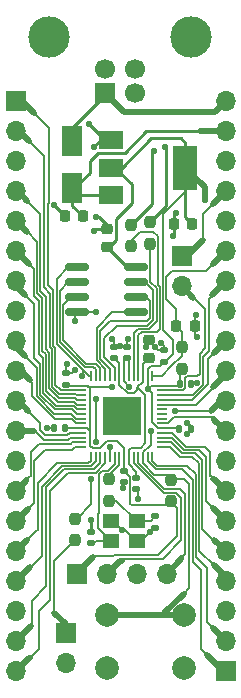
<source format=gbr>
%TF.GenerationSoftware,KiCad,Pcbnew,(6.0.11)*%
%TF.CreationDate,2024-02-22T22:03:45-06:00*%
%TF.ProjectId,PicoAlt,5069636f-416c-4742-9e6b-696361645f70,rev?*%
%TF.SameCoordinates,Original*%
%TF.FileFunction,Copper,L1,Top*%
%TF.FilePolarity,Positive*%
%FSLAX46Y46*%
G04 Gerber Fmt 4.6, Leading zero omitted, Abs format (unit mm)*
G04 Created by KiCad (PCBNEW (6.0.11)) date 2024-02-22 22:03:45*
%MOMM*%
%LPD*%
G01*
G04 APERTURE LIST*
G04 Aperture macros list*
%AMRoundRect*
0 Rectangle with rounded corners*
0 $1 Rounding radius*
0 $2 $3 $4 $5 $6 $7 $8 $9 X,Y pos of 4 corners*
0 Add a 4 corners polygon primitive as box body*
4,1,4,$2,$3,$4,$5,$6,$7,$8,$9,$2,$3,0*
0 Add four circle primitives for the rounded corners*
1,1,$1+$1,$2,$3*
1,1,$1+$1,$4,$5*
1,1,$1+$1,$6,$7*
1,1,$1+$1,$8,$9*
0 Add four rect primitives between the rounded corners*
20,1,$1+$1,$2,$3,$4,$5,0*
20,1,$1+$1,$4,$5,$6,$7,0*
20,1,$1+$1,$6,$7,$8,$9,0*
20,1,$1+$1,$8,$9,$2,$3,0*%
G04 Aperture macros list end*
%TA.AperFunction,ComponentPad*%
%ADD10R,1.700000X1.700000*%
%TD*%
%TA.AperFunction,ComponentPad*%
%ADD11C,1.700000*%
%TD*%
%TA.AperFunction,ComponentPad*%
%ADD12C,3.500000*%
%TD*%
%TA.AperFunction,ComponentPad*%
%ADD13O,1.700000X1.700000*%
%TD*%
%TA.AperFunction,SMDPad,CuDef*%
%ADD14RoundRect,0.225000X0.225000X0.250000X-0.225000X0.250000X-0.225000X-0.250000X0.225000X-0.250000X0*%
%TD*%
%TA.AperFunction,SMDPad,CuDef*%
%ADD15RoundRect,0.225000X-0.225000X-0.250000X0.225000X-0.250000X0.225000X0.250000X-0.225000X0.250000X0*%
%TD*%
%TA.AperFunction,SMDPad,CuDef*%
%ADD16RoundRect,0.237500X-0.237500X0.250000X-0.237500X-0.250000X0.237500X-0.250000X0.237500X0.250000X0*%
%TD*%
%TA.AperFunction,SMDPad,CuDef*%
%ADD17R,1.400000X1.200000*%
%TD*%
%TA.AperFunction,SMDPad,CuDef*%
%ADD18RoundRect,0.237500X0.237500X-0.250000X0.237500X0.250000X-0.237500X0.250000X-0.237500X-0.250000X0*%
%TD*%
%TA.AperFunction,SMDPad,CuDef*%
%ADD19RoundRect,0.140000X0.170000X-0.140000X0.170000X0.140000X-0.170000X0.140000X-0.170000X-0.140000X0*%
%TD*%
%TA.AperFunction,SMDPad,CuDef*%
%ADD20RoundRect,0.140000X-0.170000X0.140000X-0.170000X-0.140000X0.170000X-0.140000X0.170000X0.140000X0*%
%TD*%
%TA.AperFunction,SMDPad,CuDef*%
%ADD21RoundRect,0.225000X0.250000X-0.225000X0.250000X0.225000X-0.250000X0.225000X-0.250000X-0.225000X0*%
%TD*%
%TA.AperFunction,SMDPad,CuDef*%
%ADD22RoundRect,0.140000X0.140000X0.170000X-0.140000X0.170000X-0.140000X-0.170000X0.140000X-0.170000X0*%
%TD*%
%TA.AperFunction,SMDPad,CuDef*%
%ADD23RoundRect,0.140000X-0.140000X-0.170000X0.140000X-0.170000X0.140000X0.170000X-0.140000X0.170000X0*%
%TD*%
%TA.AperFunction,SMDPad,CuDef*%
%ADD24RoundRect,0.050000X-0.387500X-0.050000X0.387500X-0.050000X0.387500X0.050000X-0.387500X0.050000X0*%
%TD*%
%TA.AperFunction,SMDPad,CuDef*%
%ADD25RoundRect,0.050000X-0.050000X-0.387500X0.050000X-0.387500X0.050000X0.387500X-0.050000X0.387500X0*%
%TD*%
%TA.AperFunction,SMDPad,CuDef*%
%ADD26R,3.200000X3.200000*%
%TD*%
%TA.AperFunction,SMDPad,CuDef*%
%ADD27RoundRect,0.150000X-0.825000X-0.150000X0.825000X-0.150000X0.825000X0.150000X-0.825000X0.150000X0*%
%TD*%
%TA.AperFunction,SMDPad,CuDef*%
%ADD28R,2.000000X1.500000*%
%TD*%
%TA.AperFunction,SMDPad,CuDef*%
%ADD29R,2.000000X3.800000*%
%TD*%
%TA.AperFunction,ComponentPad*%
%ADD30C,2.000000*%
%TD*%
%TA.AperFunction,SMDPad,CuDef*%
%ADD31R,1.800000X2.500000*%
%TD*%
%TA.AperFunction,ViaPad*%
%ADD32C,0.550000*%
%TD*%
%TA.AperFunction,Conductor*%
%ADD33C,0.130000*%
%TD*%
%TA.AperFunction,Conductor*%
%ADD34C,0.250000*%
%TD*%
%TA.AperFunction,Conductor*%
%ADD35C,0.500000*%
%TD*%
G04 APERTURE END LIST*
D10*
%TO.P,J2,1,VBUS*%
%TO.N,VBUS*%
X147290000Y-78040000D03*
D11*
%TO.P,J2,2,D-*%
%TO.N,Net-(J2-Pad2)*%
X149790000Y-78040000D03*
%TO.P,J2,3,D+*%
%TO.N,Net-(J2-Pad3)*%
X149790000Y-76040000D03*
%TO.P,J2,4,GND*%
%TO.N,GND*%
X147290000Y-76040000D03*
D12*
%TO.P,J2,5,Shield*%
X142520000Y-73330000D03*
X154560000Y-73330000D03*
%TD*%
D10*
%TO.P,JP2,1,A*%
%TO.N,Net-(R9-Pad2)*%
X143940000Y-123740000D03*
D13*
%TO.P,JP2,2,B*%
%TO.N,GND*%
X143940000Y-126280000D03*
%TD*%
D14*
%TO.P,C4,1*%
%TO.N,+5V*%
X145385000Y-88470000D03*
%TO.P,C4,2*%
%TO.N,GND*%
X143835000Y-88470000D03*
%TD*%
D15*
%TO.P,C18,1*%
%TO.N,ADCVREF*%
X153285000Y-97790000D03*
%TO.P,C18,2*%
%TO.N,GND*%
X154835000Y-97790000D03*
%TD*%
D16*
%TO.P,R7,1*%
%TO.N,ADCVREF*%
X153770000Y-99535000D03*
%TO.P,R7,2*%
%TO.N,+3.3V*%
X153770000Y-101360000D03*
%TD*%
D17*
%TO.P,Y1,1,1*%
%TO.N,Net-(C16-Pad2)*%
X147720000Y-115960000D03*
%TO.P,Y1,2,2*%
%TO.N,GND*%
X149920000Y-115960000D03*
%TO.P,Y1,3,3*%
%TO.N,Net-(C17-Pad2)*%
X149920000Y-114260000D03*
%TO.P,Y1,4,4*%
%TO.N,GND*%
X147720000Y-114260000D03*
%TD*%
D16*
%TO.P,R6,1*%
%TO.N,RUN*%
X152820000Y-110787500D03*
%TO.P,R6,2*%
%TO.N,+3.3V*%
X152820000Y-112612500D03*
%TD*%
%TO.P,R9,2*%
%TO.N,Net-(R9-Pad2)*%
X144730000Y-115892500D03*
%TO.P,R9,1*%
%TO.N,QSPISS*%
X144730000Y-114067500D03*
%TD*%
D18*
%TO.P,R5,1*%
%TO.N,Net-(C17-Pad2)*%
X147590000Y-112562500D03*
%TO.P,R5,2*%
%TO.N,Net-(R5-Pad2)*%
X147590000Y-110737500D03*
%TD*%
D16*
%TO.P,R4,1*%
%TO.N,Net-(J2-Pad2)*%
X149420000Y-89197500D03*
%TO.P,R4,2*%
%TO.N,USBM*%
X149420000Y-91022500D03*
%TD*%
D18*
%TO.P,R3,1*%
%TO.N,USBP*%
X151040000Y-90802500D03*
%TO.P,R3,2*%
%TO.N,Net-(J2-Pad3)*%
X151040000Y-88977500D03*
%TD*%
D19*
%TO.P,C17,1*%
%TO.N,GND*%
X151500000Y-114840000D03*
%TO.P,C17,2*%
%TO.N,Net-(C17-Pad2)*%
X151500000Y-113880000D03*
%TD*%
D20*
%TO.P,C16,1*%
%TO.N,GND*%
X146060000Y-115170000D03*
%TO.P,C16,2*%
%TO.N,Net-(C16-Pad2)*%
X146060000Y-116130000D03*
%TD*%
D21*
%TO.P,C15,1*%
%TO.N,+3.3V*%
X147450000Y-91065000D03*
%TO.P,C15,2*%
%TO.N,GND*%
X147450000Y-89515000D03*
%TD*%
D22*
%TO.P,C13,1*%
%TO.N,+3.3V*%
X143870000Y-106430000D03*
%TO.P,C13,2*%
%TO.N,GND*%
X142910000Y-106430000D03*
%TD*%
D14*
%TO.P,C12,2*%
%TO.N,GND*%
X153085000Y-89130000D03*
%TO.P,C12,1*%
%TO.N,+3.3V*%
X154635000Y-89130000D03*
%TD*%
D23*
%TO.P,C11,1*%
%TO.N,+3.3V*%
X153540000Y-106460000D03*
%TO.P,C11,2*%
%TO.N,GND*%
X154500000Y-106460000D03*
%TD*%
D21*
%TO.P,C10,1*%
%TO.N,+1V1*%
X150990000Y-100475000D03*
%TO.P,C10,2*%
%TO.N,GND*%
X150990000Y-98925000D03*
%TD*%
D20*
%TO.P,C9,1*%
%TO.N,+3.3V*%
X148850000Y-110040000D03*
%TO.P,C9,2*%
%TO.N,GND*%
X148850000Y-111000000D03*
%TD*%
D23*
%TO.P,C8,1*%
%TO.N,+3.3V*%
X153570000Y-102710000D03*
%TO.P,C8,2*%
%TO.N,GND*%
X154530000Y-102710000D03*
%TD*%
D20*
%TO.P,C7,1*%
%TO.N,+1V1*%
X149900000Y-110620000D03*
%TO.P,C7,2*%
%TO.N,GND*%
X149900000Y-111580000D03*
%TD*%
D19*
%TO.P,C6,2*%
%TO.N,GND*%
X152270000Y-99820000D03*
%TO.P,C6,1*%
%TO.N,+3.3V*%
X152270000Y-100780000D03*
%TD*%
%TO.P,C3,1*%
%TO.N,+1V1*%
X148050000Y-100470000D03*
%TO.P,C3,2*%
%TO.N,GND*%
X148050000Y-99510000D03*
%TD*%
%TO.P,C2,1*%
%TO.N,+3.3V*%
X143960000Y-102720000D03*
%TO.P,C2,2*%
%TO.N,GND*%
X143960000Y-101760000D03*
%TD*%
%TO.P,C1,1*%
%TO.N,+3.3V*%
X149080000Y-100490000D03*
%TO.P,C1,2*%
%TO.N,GND*%
X149080000Y-99530000D03*
%TD*%
D24*
%TO.P,U3,1,IOVDD*%
%TO.N,+3.3V*%
X145232500Y-102810000D03*
%TO.P,U3,2,GPIO0*%
%TO.N,GPIO0*%
X145232500Y-103210000D03*
%TO.P,U3,3,GPIO1*%
%TO.N,GPIO1*%
X145232500Y-103610000D03*
%TO.P,U3,4,GPIO2*%
%TO.N,GPIO2*%
X145232500Y-104010000D03*
%TO.P,U3,5,GPIO3*%
%TO.N,GPIO3*%
X145232500Y-104410000D03*
%TO.P,U3,6,GPIO4*%
%TO.N,GPIO4*%
X145232500Y-104810000D03*
%TO.P,U3,7,GPIO5*%
%TO.N,GPIO5*%
X145232500Y-105210000D03*
%TO.P,U3,8,GPIO6*%
%TO.N,GPIO6*%
X145232500Y-105610000D03*
%TO.P,U3,9,GPIO7*%
%TO.N,GPIO7*%
X145232500Y-106010000D03*
%TO.P,U3,10,IOVDD*%
%TO.N,+3.3V*%
X145232500Y-106410000D03*
%TO.P,U3,11,GPIO8*%
%TO.N,GPIO8*%
X145232500Y-106810000D03*
%TO.P,U3,12,GPIO9*%
%TO.N,GPIO9*%
X145232500Y-107210000D03*
%TO.P,U3,13,GPIO10*%
%TO.N,GPIO10*%
X145232500Y-107610000D03*
%TO.P,U3,14,GPIO11*%
%TO.N,GPIO11*%
X145232500Y-108010000D03*
D25*
%TO.P,U3,15,GPIO12*%
%TO.N,GPIO12*%
X146070000Y-108847500D03*
%TO.P,U3,16,GPIO13*%
%TO.N,GPIO13*%
X146470000Y-108847500D03*
%TO.P,U3,17,GPIO14*%
%TO.N,GPIO14*%
X146870000Y-108847500D03*
%TO.P,U3,18,GPIO15*%
%TO.N,GPIO15*%
X147270000Y-108847500D03*
%TO.P,U3,19,TESTEN*%
%TO.N,GND*%
X147670000Y-108847500D03*
%TO.P,U3,20,XIN*%
%TO.N,Net-(C16-Pad2)*%
X148070000Y-108847500D03*
%TO.P,U3,21,XOUT*%
%TO.N,Net-(R5-Pad2)*%
X148470000Y-108847500D03*
%TO.P,U3,22,IOVDD*%
%TO.N,+3.3V*%
X148870000Y-108847500D03*
%TO.P,U3,23,DVDD*%
%TO.N,+1V1*%
X149270000Y-108847500D03*
%TO.P,U3,24,SWCLK*%
%TO.N,Net-(J3-Pad2)*%
X149670000Y-108847500D03*
%TO.P,U3,25,SWD*%
%TO.N,Net-(J3-Pad4)*%
X150070000Y-108847500D03*
%TO.P,U3,26,RUN*%
%TO.N,RUN*%
X150470000Y-108847500D03*
%TO.P,U3,27,GPIO16*%
%TO.N,GPIO16*%
X150870000Y-108847500D03*
%TO.P,U3,28,GPIO17*%
%TO.N,GPIO17*%
X151270000Y-108847500D03*
D24*
%TO.P,U3,29,GPIO18*%
%TO.N,GPIO18*%
X152107500Y-108010000D03*
%TO.P,U3,30,GPIO19*%
%TO.N,GPIO19*%
X152107500Y-107610000D03*
%TO.P,U3,31,GPIO20*%
%TO.N,GPIO20*%
X152107500Y-107210000D03*
%TO.P,U3,32,GPIO21*%
%TO.N,GPIO21*%
X152107500Y-106810000D03*
%TO.P,U3,33,IOVDD*%
%TO.N,+3.3V*%
X152107500Y-106410000D03*
%TO.P,U3,34,GPIO22*%
%TO.N,GPIO22*%
X152107500Y-106010000D03*
%TO.P,U3,35,GPIO23*%
%TO.N,GPIO23*%
X152107500Y-105610000D03*
%TO.P,U3,36,GPIO24*%
%TO.N,GPIO24*%
X152107500Y-105210000D03*
%TO.P,U3,37,GPIO25*%
%TO.N,GPIO25*%
X152107500Y-104810000D03*
%TO.P,U3,38,GPIO26_ADC0*%
%TO.N,GPIO26*%
X152107500Y-104410000D03*
%TO.P,U3,39,GPIO27_ADC1*%
%TO.N,GPIO27*%
X152107500Y-104010000D03*
%TO.P,U3,40,GPIO28_ADC2*%
%TO.N,GPIO28*%
X152107500Y-103610000D03*
%TO.P,U3,41,GPIO29_ADC3*%
%TO.N,GPIO29*%
X152107500Y-103210000D03*
%TO.P,U3,42,IOVDD*%
%TO.N,+3.3V*%
X152107500Y-102810000D03*
D25*
%TO.P,U3,43,ADC_AVDD*%
%TO.N,ADCVREF*%
X151270000Y-101972500D03*
%TO.P,U3,44,VREG_IN*%
%TO.N,+3.3V*%
X150870000Y-101972500D03*
%TO.P,U3,45,VREG_VOUT*%
%TO.N,+1V1*%
X150470000Y-101972500D03*
%TO.P,U3,46,USB_DM*%
%TO.N,USBM*%
X150070000Y-101972500D03*
%TO.P,U3,47,USB_DP*%
%TO.N,USBP*%
X149670000Y-101972500D03*
%TO.P,U3,48,USB_VDD*%
%TO.N,+3.3V*%
X149270000Y-101972500D03*
%TO.P,U3,49,IOVDD*%
X148870000Y-101972500D03*
%TO.P,U3,50,DVDD*%
%TO.N,+1V1*%
X148470000Y-101972500D03*
%TO.P,U3,51,QSPI_SD3*%
%TO.N,QSPISD3*%
X148070000Y-101972500D03*
%TO.P,U3,52,QSPI_SCLK*%
%TO.N,QSPICLK*%
X147670000Y-101972500D03*
%TO.P,U3,53,QSPI_SD0*%
%TO.N,QSPISD0*%
X147270000Y-101972500D03*
%TO.P,U3,54,QSPI_SD2*%
%TO.N,QSPISD2*%
X146870000Y-101972500D03*
%TO.P,U3,55,QSPI_SD1*%
%TO.N,QSPISD1*%
X146470000Y-101972500D03*
%TO.P,U3,56,QSPI_SS*%
%TO.N,QSPISS*%
X146070000Y-101972500D03*
D26*
%TO.P,U3,57,GND*%
%TO.N,GND*%
X148670000Y-105410000D03*
%TD*%
D27*
%TO.P,U2,1,/CS*%
%TO.N,QSPISS*%
X144915000Y-92765000D03*
%TO.P,U2,2,DO(IO1)*%
%TO.N,QSPISD1*%
X144915000Y-94035000D03*
%TO.P,U2,3,IO2*%
%TO.N,QSPISD2*%
X144915000Y-95305000D03*
%TO.P,U2,4,GND*%
%TO.N,GND*%
X144915000Y-96575000D03*
%TO.P,U2,5,DI(IO0)*%
%TO.N,QSPISD0*%
X149865000Y-96575000D03*
%TO.P,U2,6,CLK*%
%TO.N,QSPICLK*%
X149865000Y-95305000D03*
%TO.P,U2,7,IO*%
%TO.N,QSPISD3*%
X149865000Y-94035000D03*
%TO.P,U2,8,VCC*%
%TO.N,+3.3V*%
X149865000Y-92765000D03*
%TD*%
D28*
%TO.P,U1,3,VI*%
%TO.N,+5V*%
X147730000Y-86650000D03*
%TO.P,U1,2,VO*%
%TO.N,+3.3V*%
X147730000Y-84350000D03*
D29*
X154030000Y-84350000D03*
D28*
%TO.P,U1,1,GND*%
%TO.N,GND*%
X147730000Y-82050000D03*
%TD*%
D30*
%TO.P,SW1,2,2*%
%TO.N,RUN*%
X153920000Y-122230000D03*
X147420000Y-122230000D03*
%TO.P,SW1,1,1*%
%TO.N,GND*%
X153920000Y-126730000D03*
X147420000Y-126730000D03*
%TD*%
D13*
%TO.P,JP1,2,B*%
%TO.N,GPIO29*%
X153740000Y-94390000D03*
D10*
%TO.P,JP1,1,A*%
%TO.N,Net-(J5-Pad17)*%
X153740000Y-91850000D03*
%TD*%
%TO.P,J5,1,Pin_1*%
%TO.N,GPIO16*%
X157480000Y-127000000D03*
D13*
%TO.P,J5,2,Pin_2*%
%TO.N,GPIO17*%
X157480000Y-124460000D03*
%TO.P,J5,3,Pin_3*%
%TO.N,GND*%
X157480000Y-121920000D03*
%TO.P,J5,4,Pin_4*%
%TO.N,GPIO18*%
X157480000Y-119380000D03*
%TO.P,J5,5,Pin_5*%
%TO.N,GPIO19*%
X157480000Y-116840000D03*
%TO.P,J5,6,Pin_6*%
%TO.N,GPIO20*%
X157480000Y-114300000D03*
%TO.P,J5,7,Pin_7*%
%TO.N,GPIO21*%
X157480000Y-111760000D03*
%TO.P,J5,8,Pin_8*%
%TO.N,GND*%
X157480000Y-109220000D03*
%TO.P,J5,9,Pin_9*%
%TO.N,GPIO22*%
X157480000Y-106680000D03*
%TO.P,J5,10,Pin_10*%
%TO.N,RUN*%
X157480000Y-104140000D03*
%TO.P,J5,11,Pin_11*%
%TO.N,GPIO26*%
X157480000Y-101600000D03*
%TO.P,J5,12,Pin_12*%
%TO.N,GPIO27*%
X157480000Y-99060000D03*
%TO.P,J5,13,Pin_13*%
%TO.N,GND*%
X157480000Y-96520000D03*
%TO.P,J5,14,Pin_14*%
%TO.N,GPIO28*%
X157480000Y-93980000D03*
%TO.P,J5,15,Pin_15*%
%TO.N,ADCVREF*%
X157480000Y-91440000D03*
%TO.P,J5,16,Pin_16*%
%TO.N,+3.3V*%
X157480000Y-88900000D03*
%TO.P,J5,17,Pin_17*%
%TO.N,Net-(J5-Pad17)*%
X157480000Y-86360000D03*
%TO.P,J5,18,Pin_18*%
%TO.N,GND*%
X157480000Y-83820000D03*
%TO.P,J5,19,Pin_19*%
%TO.N,+5V*%
X157480000Y-81280000D03*
%TO.P,J5,20,Pin_20*%
%TO.N,VBUS*%
X157480000Y-78740000D03*
%TD*%
D10*
%TO.P,J4,1,Pin_1*%
%TO.N,GPIO0*%
X139700000Y-78740000D03*
D13*
%TO.P,J4,2,Pin_2*%
%TO.N,GPIO1*%
X139700000Y-81280000D03*
%TO.P,J4,3,Pin_3*%
%TO.N,GND*%
X139700000Y-83820000D03*
%TO.P,J4,4,Pin_4*%
%TO.N,GPIO2*%
X139700000Y-86360000D03*
%TO.P,J4,5,Pin_5*%
%TO.N,GPIO3*%
X139700000Y-88900000D03*
%TO.P,J4,6,Pin_6*%
%TO.N,GPIO4*%
X139700000Y-91440000D03*
%TO.P,J4,7,Pin_7*%
%TO.N,GPIO5*%
X139700000Y-93980000D03*
%TO.P,J4,8,Pin_8*%
%TO.N,GND*%
X139700000Y-96520000D03*
%TO.P,J4,9,Pin_9*%
%TO.N,GPIO6*%
X139700000Y-99060000D03*
%TO.P,J4,10,Pin_10*%
%TO.N,GPIO7*%
X139700000Y-101600000D03*
%TO.P,J4,11,Pin_11*%
%TO.N,GPIO8*%
X139700000Y-104140000D03*
%TO.P,J4,12,Pin_12*%
%TO.N,GPIO9*%
X139700000Y-106680000D03*
%TO.P,J4,13,Pin_13*%
%TO.N,GND*%
X139700000Y-109220000D03*
%TO.P,J4,14,Pin_14*%
%TO.N,GPIO10*%
X139700000Y-111760000D03*
%TO.P,J4,15,Pin_15*%
%TO.N,GPIO11*%
X139700000Y-114300000D03*
%TO.P,J4,16,Pin_16*%
%TO.N,GPIO12*%
X139700000Y-116840000D03*
%TO.P,J4,17,Pin_17*%
%TO.N,GPIO13*%
X139700000Y-119380000D03*
%TO.P,J4,18,Pin_18*%
%TO.N,GND*%
X139700000Y-121920000D03*
%TO.P,J4,19,Pin_19*%
%TO.N,GPIO14*%
X139700000Y-124460000D03*
%TO.P,J4,20,Pin_20*%
%TO.N,GPIO15*%
X139700000Y-127000000D03*
%TD*%
%TO.P,J3,4,Pin_4*%
%TO.N,Net-(J3-Pad4)*%
X152470000Y-118740000D03*
%TO.P,J3,3,Pin_3*%
%TO.N,GND*%
X149930000Y-118740000D03*
%TO.P,J3,2,Pin_2*%
%TO.N,Net-(J3-Pad2)*%
X147390000Y-118740000D03*
D10*
%TO.P,J3,1,Pin_1*%
%TO.N,+3.3V*%
X144850000Y-118740000D03*
%TD*%
D31*
%TO.P,D2,1,K*%
%TO.N,+5V*%
X144500000Y-86070000D03*
%TO.P,D2,2,A*%
%TO.N,VBUS*%
X144500000Y-82070000D03*
%TD*%
D32*
%TO.N,+3.3V*%
X155700000Y-87080000D03*
%TO.N,QSPISS*%
X146070000Y-110700000D03*
%TO.N,GND*%
X148750000Y-111480000D03*
X146050000Y-114160000D03*
X142940000Y-87530000D03*
%TO.N,QSPISS*%
X146510000Y-107560000D03*
X146530000Y-103920000D03*
X145310000Y-102020000D03*
%TO.N,GND*%
X155000000Y-98730000D03*
X154950000Y-96820000D03*
X155020000Y-102550000D03*
X146360000Y-89750000D03*
X146460000Y-88550000D03*
X148690000Y-115000000D03*
X151080000Y-115210000D03*
X152000000Y-99170000D03*
X151480000Y-99560000D03*
X150700000Y-99560000D03*
X148550000Y-99450000D03*
X147850000Y-98890000D03*
X142320000Y-106420000D03*
X144710000Y-101520000D03*
X144040000Y-101010000D03*
X153040000Y-90130000D03*
X153270000Y-88160000D03*
%TO.N,RUN*%
X153180000Y-104930000D03*
X151180000Y-106660000D03*
%TO.N,+3.3V*%
X150870000Y-103100000D03*
X147860000Y-102900000D03*
X149310000Y-102900000D03*
%TO.N,Net-(J2-Pad2)*%
X151360000Y-82940000D03*
%TO.N,Net-(J2-Pad3)*%
X152360000Y-82590000D03*
%TO.N,GND*%
X146290000Y-82610000D03*
X145900000Y-80700000D03*
X144680000Y-97360000D03*
X146520000Y-96580000D03*
X154180000Y-106900000D03*
X154230000Y-105970000D03*
X149160000Y-98900000D03*
X150060000Y-112430000D03*
X147660000Y-108020000D03*
X147380000Y-105360000D03*
X149840000Y-105360000D03*
X149960000Y-106740000D03*
X147330000Y-106660000D03*
X149800000Y-104220000D03*
X147510000Y-104180000D03*
%TD*%
D33*
%TO.N,QSPISS*%
X146530000Y-107540000D02*
X146510000Y-107560000D01*
X146530000Y-103920000D02*
X146530000Y-107540000D01*
%TO.N,+3.3V*%
X145970000Y-103000000D02*
X145780000Y-102810000D01*
X145780000Y-102810000D02*
X145730000Y-102810000D01*
X145970000Y-106700000D02*
X145970000Y-103000000D01*
X146000000Y-106730000D02*
X145970000Y-106700000D01*
%TO.N,+1V1*%
X149710000Y-103450000D02*
X149970000Y-103190000D01*
X149167035Y-103450000D02*
X149710000Y-103450000D01*
X148470000Y-101972500D02*
X148470000Y-102752965D01*
X148470000Y-102752965D02*
X149167035Y-103450000D01*
X149970000Y-103190000D02*
X149970000Y-102960000D01*
%TO.N,+3.3V*%
X145820000Y-102900000D02*
X145730000Y-102810000D01*
X147860000Y-102900000D02*
X145820000Y-102900000D01*
X148870000Y-102460000D02*
X148870000Y-101972500D01*
X149310000Y-102900000D02*
X148870000Y-102460000D01*
D34*
%TO.N,VBUS*%
X147330000Y-78080000D02*
X147290000Y-78040000D01*
X147570000Y-78080000D02*
X147330000Y-78080000D01*
X147290000Y-78230000D02*
X147290000Y-78040000D01*
X144500000Y-82070000D02*
X144500000Y-81020000D01*
X144500000Y-81020000D02*
X147290000Y-78230000D01*
D35*
X148880000Y-79630000D02*
X147290000Y-78040000D01*
X157480000Y-78740000D02*
X156590000Y-79630000D01*
X156590000Y-79630000D02*
X148880000Y-79630000D01*
D33*
%TO.N,RUN*%
X154340000Y-119980000D02*
X153910000Y-120410000D01*
X154340000Y-111110000D02*
X154340000Y-119980000D01*
D35*
X152240000Y-122080000D02*
X153910000Y-120410000D01*
X152240000Y-122230000D02*
X153920000Y-122230000D01*
X152240000Y-122230000D02*
X152240000Y-122080000D01*
X147420000Y-122230000D02*
X152240000Y-122230000D01*
%TO.N,+3.3V*%
X155700000Y-86020000D02*
X154030000Y-84350000D01*
X155700000Y-87080000D02*
X155700000Y-86020000D01*
D33*
%TO.N,Net-(J3-Pad4)*%
X154060000Y-117080000D02*
X153700000Y-117440000D01*
X154060000Y-111990000D02*
X154060000Y-117080000D01*
X152260000Y-111550000D02*
X153620000Y-111550000D01*
X153620000Y-111550000D02*
X154060000Y-111990000D01*
X150070000Y-109360000D02*
X152260000Y-111550000D01*
X150070000Y-108847500D02*
X150070000Y-109360000D01*
D35*
X153700000Y-117510000D02*
X153700000Y-117440000D01*
X152470000Y-118740000D02*
X153700000Y-117510000D01*
%TO.N,Net-(J3-Pad2)*%
X148510000Y-117620000D02*
X148690000Y-117620000D01*
X147390000Y-118740000D02*
X148510000Y-117620000D01*
%TO.N,+3.3V*%
X144850000Y-118710000D02*
X146250000Y-117310000D01*
X144850000Y-118740000D02*
X144850000Y-118710000D01*
%TO.N,Net-(R9-Pad2)*%
X143940000Y-122990000D02*
X142970000Y-122020000D01*
X143940000Y-123740000D02*
X143940000Y-122990000D01*
D33*
%TO.N,GPIO29*%
X154825000Y-95355000D02*
X154705000Y-95355000D01*
X155760000Y-96290000D02*
X154825000Y-95355000D01*
X155760000Y-99660000D02*
X155760000Y-96290000D01*
X155290000Y-100130000D02*
X155760000Y-99660000D01*
X155290000Y-101790000D02*
X155290000Y-100130000D01*
X155060000Y-102020000D02*
X155290000Y-101790000D01*
X154230000Y-102020000D02*
X155060000Y-102020000D01*
X154045000Y-103035000D02*
X154045000Y-102205000D01*
X153865000Y-103215000D02*
X154045000Y-103035000D01*
X152112500Y-103215000D02*
X153865000Y-103215000D01*
X154045000Y-102205000D02*
X154230000Y-102020000D01*
X152107500Y-103210000D02*
X152112500Y-103215000D01*
D35*
X153740000Y-94390000D02*
X154705000Y-95355000D01*
%TO.N,Net-(J5-Pad17)*%
X154180000Y-91850000D02*
X155530000Y-90500000D01*
X153740000Y-91850000D02*
X154180000Y-91850000D01*
%TO.N,+5V*%
X157480000Y-81280000D02*
X155270000Y-81280000D01*
D34*
X150760000Y-81280000D02*
X155270000Y-81280000D01*
D33*
%TO.N,Net-(J5-Pad17)*%
X155580000Y-88260000D02*
X156410000Y-87430000D01*
X155580000Y-90440000D02*
X155580000Y-88260000D01*
D35*
X157480000Y-86360000D02*
X156410000Y-87430000D01*
D33*
%TO.N,ADCVREF*%
X156390000Y-92530000D02*
X156390000Y-92520000D01*
X155800000Y-93120000D02*
X156390000Y-92530000D01*
D35*
X156400000Y-92520000D02*
X156390000Y-92520000D01*
X157480000Y-91440000D02*
X156400000Y-92520000D01*
D33*
%TO.N,GPIO28*%
X156020000Y-95440000D02*
X156300000Y-95160000D01*
D35*
X157480000Y-93980000D02*
X156300000Y-95160000D01*
D33*
%TO.N,GPIO27*%
X156000000Y-100540000D02*
X156465000Y-100075000D01*
X156000000Y-102647696D02*
X156000000Y-100540000D01*
X154637696Y-104010000D02*
X156000000Y-102647696D01*
X152107500Y-104010000D02*
X154637696Y-104010000D01*
D35*
X157480000Y-99060000D02*
X156465000Y-100075000D01*
D33*
%TO.N,GPIO26*%
X156363511Y-102986489D02*
X156363511Y-102913511D01*
X154940000Y-104410000D02*
X156363511Y-102986489D01*
D35*
X157480000Y-101797022D02*
X156363511Y-102913511D01*
X157480000Y-101600000D02*
X157480000Y-101797022D01*
%TO.N,RUN*%
X157050000Y-104140000D02*
X156240000Y-104950000D01*
D33*
X153200000Y-104950000D02*
X156240000Y-104950000D01*
D35*
X157480000Y-104140000D02*
X157050000Y-104140000D01*
D33*
%TO.N,GPIO22*%
X156300000Y-105480000D02*
X156490000Y-105670000D01*
X153110000Y-105480000D02*
X156300000Y-105480000D01*
X152580000Y-106010000D02*
X153110000Y-105480000D01*
X152107500Y-106010000D02*
X152580000Y-106010000D01*
D35*
X156490000Y-105690000D02*
X156490000Y-105670000D01*
X157480000Y-106680000D02*
X156490000Y-105690000D01*
D33*
%TO.N,GPIO21*%
X156200000Y-110500000D02*
X156420000Y-110720000D01*
X156170000Y-110500000D02*
X156200000Y-110500000D01*
X156170000Y-108460000D02*
X156170000Y-110500000D01*
D35*
X156440000Y-110720000D02*
X156420000Y-110720000D01*
X157480000Y-111760000D02*
X156440000Y-110720000D01*
D33*
%TO.N,GPIO20*%
X155820000Y-112620000D02*
X156380000Y-113180000D01*
X152900000Y-107210000D02*
X153950000Y-108260000D01*
X153950000Y-108260000D02*
X155240000Y-108260000D01*
X155820000Y-108840000D02*
X155820000Y-112620000D01*
X152107500Y-107210000D02*
X152900000Y-107210000D01*
X155240000Y-108260000D02*
X155820000Y-108840000D01*
D35*
X156380000Y-113200000D02*
X156380000Y-113180000D01*
X157480000Y-114300000D02*
X156380000Y-113200000D01*
D33*
%TO.N,GPIO19*%
X156375000Y-115875000D02*
X156515000Y-115875000D01*
X155480000Y-114980000D02*
X156375000Y-115875000D01*
X154880000Y-108530000D02*
X155480000Y-109130000D01*
X152860000Y-107610000D02*
X153780000Y-108530000D01*
X152107500Y-107610000D02*
X152860000Y-107610000D01*
X153780000Y-108530000D02*
X154880000Y-108530000D01*
X155480000Y-109130000D02*
X155480000Y-114980000D01*
D35*
X157480000Y-116840000D02*
X156515000Y-115875000D01*
%TO.N,GPIO18*%
X157480000Y-119050000D02*
X157480000Y-119380000D01*
D33*
X153600000Y-108830000D02*
X152780000Y-108010000D01*
X155200000Y-116770000D02*
X155200000Y-109400000D01*
X155200000Y-109400000D02*
X154630000Y-108830000D01*
X152780000Y-108010000D02*
X152107500Y-108010000D01*
X156440000Y-118010000D02*
X155200000Y-116770000D01*
D35*
X156440000Y-118010000D02*
X157480000Y-119050000D01*
D33*
X154630000Y-108830000D02*
X153600000Y-108830000D01*
%TO.N,GPIO17*%
X155850000Y-122830000D02*
X156370000Y-123350000D01*
X155850000Y-122770000D02*
X155850000Y-122830000D01*
X155850000Y-118250000D02*
X155850000Y-122770000D01*
D35*
X157480000Y-124460000D02*
X156370000Y-123350000D01*
D33*
%TO.N,GPIO16*%
X155390000Y-125130000D02*
X155870000Y-125610000D01*
X155390000Y-118450000D02*
X155390000Y-125130000D01*
X153760000Y-109890000D02*
X154680000Y-110810000D01*
X151530000Y-109890000D02*
X153760000Y-109890000D01*
X151118518Y-109480000D02*
X151120000Y-109480000D01*
X151120000Y-109480000D02*
X151530000Y-109890000D01*
X154680000Y-117740000D02*
X155390000Y-118450000D01*
X154680000Y-110810000D02*
X154680000Y-117740000D01*
X150870000Y-109231482D02*
X151118518Y-109480000D01*
X150870000Y-108847500D02*
X150870000Y-109231482D01*
D35*
X157260000Y-127000000D02*
X155870000Y-125610000D01*
X157480000Y-127000000D02*
X157260000Y-127000000D01*
D33*
%TO.N,GPIO15*%
X140900000Y-125840000D02*
X140860000Y-125840000D01*
X141650000Y-125090000D02*
X140900000Y-125840000D01*
X141650000Y-121880000D02*
X141650000Y-125090000D01*
X142580000Y-120950000D02*
X141650000Y-121880000D01*
X146500000Y-110170000D02*
X144150000Y-110170000D01*
X144150000Y-110170000D02*
X142580000Y-111740000D01*
X142580000Y-111740000D02*
X142580000Y-120950000D01*
X147270000Y-109400000D02*
X146500000Y-110170000D01*
X147270000Y-108847500D02*
X147270000Y-109400000D01*
D35*
X140860000Y-125840000D02*
X140870000Y-125840000D01*
X139700000Y-127000000D02*
X140860000Y-125840000D01*
%TO.N,GPIO14*%
X140990000Y-123170000D02*
X141010000Y-123170000D01*
X139700000Y-124460000D02*
X140990000Y-123170000D01*
D33*
%TO.N,GPIO13*%
X140970000Y-118180000D02*
X140900000Y-118180000D01*
X141910000Y-111360000D02*
X141910000Y-117240000D01*
X141910000Y-117240000D02*
X140970000Y-118180000D01*
X143620000Y-109650000D02*
X141910000Y-111360000D01*
X146051482Y-109650000D02*
X143620000Y-109650000D01*
X146470000Y-109231482D02*
X146051482Y-109650000D01*
X146470000Y-108847500D02*
X146470000Y-109231482D01*
D35*
X140900000Y-118180000D02*
X140910000Y-118180000D01*
X139700000Y-119380000D02*
X140900000Y-118180000D01*
D33*
%TO.N,GPIO12*%
X141530000Y-115000000D02*
X140680000Y-115850000D01*
X141540000Y-115000000D02*
X141530000Y-115000000D01*
D35*
X140680000Y-115860000D02*
X140680000Y-115850000D01*
X139700000Y-116840000D02*
X140680000Y-115860000D01*
D33*
%TO.N,GPIO11*%
X141270000Y-112730000D02*
X140740000Y-113260000D01*
D35*
X139700000Y-114300000D02*
X140740000Y-113260000D01*
D33*
%TO.N,GPIO10*%
X140940000Y-110490000D02*
X140930000Y-110490000D01*
X141010000Y-110420000D02*
X140940000Y-110490000D01*
X144350000Y-107730000D02*
X141690000Y-107730000D01*
X141690000Y-107730000D02*
X141010000Y-108410000D01*
X144470000Y-107610000D02*
X144350000Y-107730000D01*
X145232500Y-107610000D02*
X144470000Y-107610000D01*
X141010000Y-108410000D02*
X141010000Y-110420000D01*
X140930000Y-110490000D02*
X140590000Y-110830000D01*
D35*
X140590000Y-110870000D02*
X140590000Y-110830000D01*
X139700000Y-111760000D02*
X140590000Y-110870000D01*
%TO.N,GPIO9*%
X139700000Y-106680000D02*
X141240000Y-106680000D01*
D33*
%TO.N,GPIO8*%
X141770000Y-106600000D02*
X141770000Y-105970000D01*
X141770000Y-105970000D02*
X140730000Y-104930000D01*
D35*
X139940000Y-104140000D02*
X140730000Y-104930000D01*
X139700000Y-104140000D02*
X139940000Y-104140000D01*
D33*
%TO.N,GPIO3*%
X140710000Y-89820000D02*
X140660000Y-89820000D01*
X141510000Y-90620000D02*
X140710000Y-89820000D01*
X141510000Y-94950000D02*
X141510000Y-90620000D01*
X141960000Y-95400000D02*
X141510000Y-94950000D01*
X141960000Y-99840000D02*
X141960000Y-95400000D01*
X143250000Y-104220000D02*
X142280000Y-103250000D01*
X144658518Y-104220000D02*
X143250000Y-104220000D01*
X142280000Y-103250000D02*
X142280000Y-100160000D01*
X144848518Y-104410000D02*
X144658518Y-104220000D01*
X145232500Y-104410000D02*
X144848518Y-104410000D01*
X142280000Y-100160000D02*
X141960000Y-99840000D01*
D35*
X140620000Y-89820000D02*
X140660000Y-89820000D01*
X139700000Y-88900000D02*
X140620000Y-89820000D01*
D33*
%TO.N,GPIO2*%
X141770000Y-88280000D02*
X140670000Y-87180000D01*
X141770000Y-94760000D02*
X141770000Y-88280000D01*
X142280000Y-95270000D02*
X141770000Y-94760000D01*
X142280000Y-99750000D02*
X142280000Y-95270000D01*
X142540000Y-103047696D02*
X142540000Y-100010000D01*
X144848518Y-104010000D02*
X144708518Y-103870000D01*
X144708518Y-103870000D02*
X143362304Y-103870000D01*
X142540000Y-100010000D02*
X142280000Y-99750000D01*
X143362304Y-103870000D02*
X142540000Y-103047696D01*
X145232500Y-104010000D02*
X144848518Y-104010000D01*
D35*
X139850000Y-86360000D02*
X140670000Y-87180000D01*
X139700000Y-86360000D02*
X139850000Y-86360000D01*
D33*
%TO.N,GPIO1*%
X142050000Y-83370000D02*
X140790000Y-82110000D01*
X142050000Y-83420000D02*
X142050000Y-83370000D01*
X142070000Y-83440000D02*
X142050000Y-83420000D01*
X142070000Y-94470000D02*
X142070000Y-83440000D01*
X142800000Y-99724608D02*
X142630000Y-99554608D01*
X142630000Y-95030000D02*
X142070000Y-94470000D01*
X142800000Y-102940000D02*
X142800000Y-99724608D01*
X144718518Y-103480000D02*
X143340000Y-103480000D01*
X142630000Y-99554608D02*
X142630000Y-95030000D01*
X145232500Y-103610000D02*
X144848518Y-103610000D01*
X144848518Y-103610000D02*
X144718518Y-103480000D01*
X143340000Y-103480000D02*
X142800000Y-102940000D01*
D35*
X139960000Y-81280000D02*
X140790000Y-82110000D01*
X139700000Y-81280000D02*
X139960000Y-81280000D01*
D33*
%TO.N,GPIO0*%
X142470000Y-80970000D02*
X141200000Y-79700000D01*
X142470000Y-87307035D02*
X142470000Y-80970000D01*
X142450000Y-94290000D02*
X142450000Y-87327035D01*
X143060000Y-102780000D02*
X143060000Y-99616912D01*
X143490000Y-103210000D02*
X143060000Y-102780000D01*
X143060000Y-99616912D02*
X142890000Y-99446912D01*
X142890000Y-94730000D02*
X142450000Y-94290000D01*
X142450000Y-87327035D02*
X142470000Y-87307035D01*
X145232500Y-103210000D02*
X143490000Y-103210000D01*
X142890000Y-99446912D02*
X142890000Y-94730000D01*
D35*
X140240000Y-78740000D02*
X141200000Y-79700000D01*
X139700000Y-78740000D02*
X140240000Y-78740000D01*
D33*
%TO.N,GPIO7*%
X141110000Y-103697696D02*
X141110000Y-102560000D01*
X142440000Y-105027696D02*
X141110000Y-103697696D01*
X142440000Y-105070000D02*
X142440000Y-105027696D01*
X143020000Y-105650000D02*
X142440000Y-105070000D01*
X144430000Y-105650000D02*
X143020000Y-105650000D01*
X141110000Y-102560000D02*
X140920000Y-102370000D01*
X144790000Y-106010000D02*
X144430000Y-105650000D01*
X145232500Y-106010000D02*
X144790000Y-106010000D01*
D35*
X140150000Y-101600000D02*
X140920000Y-102370000D01*
X139700000Y-101600000D02*
X140150000Y-101600000D01*
D33*
%TO.N,GPIO6*%
X141500000Y-101300000D02*
X140500000Y-100300000D01*
X144410000Y-105190000D02*
X142970000Y-105190000D01*
X144830000Y-105610000D02*
X144410000Y-105190000D01*
X142970000Y-105190000D02*
X141500000Y-103720000D01*
X141500000Y-103720000D02*
X141500000Y-101300000D01*
X145232500Y-105610000D02*
X144830000Y-105610000D01*
D35*
X139700000Y-99500000D02*
X140500000Y-100300000D01*
X139700000Y-99060000D02*
X139700000Y-99500000D01*
D33*
%TO.N,GPIO5*%
X141240000Y-95890000D02*
X140520000Y-95170000D01*
X141760000Y-103570000D02*
X141760000Y-100970000D01*
X141760000Y-100970000D02*
X141240000Y-100450000D01*
X143010000Y-104820000D02*
X141760000Y-103570000D01*
X144458518Y-104820000D02*
X143010000Y-104820000D01*
X144848518Y-105210000D02*
X144458518Y-104820000D01*
X145232500Y-105210000D02*
X144848518Y-105210000D01*
X141240000Y-100450000D02*
X141240000Y-95890000D01*
D35*
X139700000Y-94350000D02*
X140520000Y-95170000D01*
X139700000Y-93980000D02*
X139700000Y-94350000D01*
D33*
%TO.N,GPIO4*%
X141230000Y-92940000D02*
X140820000Y-92530000D01*
X141230000Y-95200000D02*
X141230000Y-92940000D01*
X141660000Y-100110000D02*
X141660000Y-95630000D01*
X141660000Y-95630000D02*
X141230000Y-95200000D01*
X144598518Y-104560000D02*
X143140000Y-104560000D01*
X144848518Y-104810000D02*
X144598518Y-104560000D01*
X142020000Y-100470000D02*
X141660000Y-100110000D01*
X143140000Y-104560000D02*
X142020000Y-103440000D01*
X142020000Y-103440000D02*
X142020000Y-100470000D01*
X145232500Y-104810000D02*
X144848518Y-104810000D01*
D35*
X140790000Y-92530000D02*
X140820000Y-92530000D01*
X139700000Y-91440000D02*
X140790000Y-92530000D01*
D33*
%TO.N,+3.3V*%
X154030000Y-86440000D02*
X154030000Y-84350000D01*
X152160000Y-98100000D02*
X152160000Y-88310000D01*
X152960000Y-98900000D02*
X152160000Y-98100000D01*
X152980000Y-100120000D02*
X152980000Y-98900000D01*
X152160000Y-88310000D02*
X154030000Y-86440000D01*
X152320000Y-100780000D02*
X152980000Y-100120000D01*
X152270000Y-100780000D02*
X152320000Y-100780000D01*
X152980000Y-98900000D02*
X152960000Y-98900000D01*
%TO.N,USBM*%
X149420000Y-90570000D02*
X149420000Y-91022500D01*
X150210000Y-89780000D02*
X149420000Y-90570000D01*
X151330000Y-89780000D02*
X150210000Y-89780000D01*
X151710000Y-90160000D02*
X151330000Y-89780000D01*
X151710000Y-91231647D02*
X151710000Y-90160000D01*
X151700000Y-94252304D02*
X151700000Y-91241647D01*
X151700000Y-91241647D02*
X151710000Y-91231647D01*
X151900000Y-94452304D02*
X151700000Y-94252304D01*
X151900000Y-98050000D02*
X151900000Y-94452304D01*
X151690000Y-98260000D02*
X151900000Y-98050000D01*
X150070000Y-98560000D02*
X150370000Y-98260000D01*
X150370000Y-98260000D02*
X151690000Y-98260000D01*
X150070000Y-101972500D02*
X150070000Y-98560000D01*
%TO.N,USBP*%
X151090000Y-90852500D02*
X151040000Y-90802500D01*
X151620000Y-97380000D02*
X151620000Y-94540000D01*
X151090000Y-94010000D02*
X151090000Y-90852500D01*
X151000000Y-98000000D02*
X151620000Y-97380000D01*
X149670000Y-98380000D02*
X150050000Y-98000000D01*
X150050000Y-98000000D02*
X151000000Y-98000000D01*
X149670000Y-101972500D02*
X149670000Y-98380000D01*
X151620000Y-94540000D02*
X151090000Y-94010000D01*
%TO.N,QSPISD3*%
X150635000Y-94035000D02*
X149865000Y-94035000D01*
X151340000Y-97230000D02*
X151340000Y-94740000D01*
X148250000Y-97720000D02*
X150850000Y-97720000D01*
X147160000Y-98810000D02*
X148250000Y-97720000D01*
X147160000Y-100410000D02*
X147160000Y-98810000D01*
X150850000Y-97720000D02*
X151340000Y-97230000D01*
X148070000Y-101972500D02*
X148070000Y-101320000D01*
X148070000Y-101320000D02*
X147160000Y-100410000D01*
X151340000Y-94740000D02*
X150635000Y-94035000D01*
%TO.N,QSPICLK*%
X150735000Y-95305000D02*
X149865000Y-95305000D01*
X150790000Y-97350000D02*
X151080000Y-97060000D01*
X146830000Y-98200000D02*
X147680000Y-97350000D01*
X147680000Y-97350000D02*
X150790000Y-97350000D01*
X147670000Y-101360000D02*
X146830000Y-100520000D01*
X151080000Y-95650000D02*
X150735000Y-95305000D01*
X147670000Y-101972500D02*
X147670000Y-101360000D01*
X146830000Y-100520000D02*
X146830000Y-98200000D01*
X151080000Y-97060000D02*
X151080000Y-95650000D01*
%TO.N,ADCVREF*%
X152960000Y-93120000D02*
X155800000Y-93120000D01*
X153285000Y-96345000D02*
X152440000Y-95500000D01*
X152440000Y-93640000D02*
X152960000Y-93120000D01*
X153285000Y-97790000D02*
X153285000Y-96345000D01*
X152440000Y-95500000D02*
X152440000Y-93640000D01*
X152880853Y-101150000D02*
X153770000Y-100260853D01*
X153770000Y-100260853D02*
X153770000Y-99535000D01*
X152047500Y-101972500D02*
X152870000Y-101150000D01*
X152870000Y-101150000D02*
X152880853Y-101150000D01*
X151270000Y-101972500D02*
X152047500Y-101972500D01*
%TO.N,GND*%
X146520000Y-96580000D02*
X144920000Y-96580000D01*
X144920000Y-96580000D02*
X144915000Y-96575000D01*
X144680000Y-97360000D02*
X144680000Y-96810000D01*
X144680000Y-96810000D02*
X144915000Y-96575000D01*
%TO.N,QSPISD0*%
X146540000Y-97902965D02*
X147867965Y-96575000D01*
X146540000Y-100642304D02*
X146540000Y-97902965D01*
X147270000Y-101972500D02*
X147270000Y-101372304D01*
%TO.N,QSPISD2*%
X146870000Y-101340000D02*
X146870000Y-101972500D01*
X146470000Y-100940000D02*
X146870000Y-101340000D01*
X145680000Y-100940000D02*
X146470000Y-100940000D01*
D34*
%TO.N,+3.3V*%
X149150000Y-92765000D02*
X147450000Y-91065000D01*
D33*
%TO.N,QSPISD2*%
X143670000Y-98930000D02*
X145680000Y-100940000D01*
X143670000Y-95970000D02*
X143670000Y-98930000D01*
X144915000Y-95305000D02*
X144335000Y-95305000D01*
%TO.N,QSPISD1*%
X146260000Y-101230000D02*
X146470000Y-101440000D01*
X145530000Y-101230000D02*
X146260000Y-101230000D01*
X143410000Y-99110000D02*
X145530000Y-101230000D01*
X143410000Y-94770000D02*
X143410000Y-99110000D01*
X144145000Y-94035000D02*
X143410000Y-94770000D01*
X144915000Y-94035000D02*
X144145000Y-94035000D01*
%TO.N,QSPISS*%
X144125000Y-92765000D02*
X144915000Y-92765000D01*
%TO.N,QSPISD0*%
X147867965Y-96575000D02*
X149865000Y-96575000D01*
%TO.N,QSPISS*%
X143150000Y-99250000D02*
X143150000Y-93740000D01*
X145340000Y-101440000D02*
X143150000Y-99250000D01*
D34*
%TO.N,+3.3V*%
X149865000Y-92765000D02*
X149150000Y-92765000D01*
D33*
%TO.N,QSPISD1*%
X146470000Y-101440000D02*
X146470000Y-101972500D01*
%TO.N,QSPISD0*%
X147270000Y-101372304D02*
X146540000Y-100642304D01*
%TO.N,QSPISS*%
X143150000Y-93740000D02*
X144125000Y-92765000D01*
%TO.N,QSPISD2*%
X144335000Y-95305000D02*
X143670000Y-95970000D01*
D34*
%TO.N,Net-(J2-Pad3)*%
X152410000Y-87607500D02*
X151040000Y-88977500D01*
X152410000Y-82640000D02*
X152410000Y-87607500D01*
X152360000Y-82590000D02*
X152410000Y-82640000D01*
%TO.N,Net-(J2-Pad2)*%
X151220000Y-87397500D02*
X149420000Y-89197500D01*
X151220000Y-83080000D02*
X151220000Y-87397500D01*
X151360000Y-82940000D02*
X151220000Y-83080000D01*
%TO.N,+3.3V*%
X149510000Y-85770000D02*
X148090000Y-84350000D01*
X149510000Y-87360000D02*
X149510000Y-85770000D01*
X148180000Y-88690000D02*
X149510000Y-87360000D01*
X147565000Y-91065000D02*
X148180000Y-90450000D01*
X148090000Y-84350000D02*
X147730000Y-84350000D01*
X147450000Y-91065000D02*
X147565000Y-91065000D01*
X148180000Y-90450000D02*
X148180000Y-88690000D01*
%TO.N,GND*%
X147450000Y-89230000D02*
X147450000Y-89515000D01*
X146770000Y-88550000D02*
X147450000Y-89230000D01*
X146460000Y-88550000D02*
X146770000Y-88550000D01*
X146595000Y-89515000D02*
X147450000Y-89515000D01*
X146360000Y-89750000D02*
X146595000Y-89515000D01*
D33*
%TO.N,+3.3V*%
X145730000Y-102810000D02*
X145232500Y-102810000D01*
X146000000Y-107890000D02*
X146000000Y-106730000D01*
X146220000Y-108110000D02*
X146000000Y-107890000D01*
X146870000Y-108110000D02*
X146220000Y-108110000D01*
X148300000Y-107530000D02*
X147450000Y-107530000D01*
X148870000Y-108100000D02*
X148300000Y-107530000D01*
X147450000Y-107530000D02*
X146870000Y-108110000D01*
X148870000Y-108847500D02*
X148870000Y-108100000D01*
%TO.N,QSPISS*%
X144842500Y-114067500D02*
X144730000Y-114067500D01*
X146070000Y-112840000D02*
X144842500Y-114067500D01*
X146070000Y-110700000D02*
X146070000Y-112840000D01*
%TO.N,GPIO14*%
X141080000Y-121010000D02*
X141080000Y-123080000D01*
X142290000Y-111390000D02*
X142290000Y-119800000D01*
X143770000Y-109910000D02*
X142290000Y-111390000D01*
X146340000Y-109910000D02*
X143770000Y-109910000D01*
X146870000Y-109380000D02*
X146340000Y-109910000D01*
X142290000Y-119800000D02*
X141080000Y-121010000D01*
X146870000Y-108847500D02*
X146870000Y-109380000D01*
%TO.N,GPIO12*%
X143230000Y-109390000D02*
X141540000Y-111080000D01*
X145830000Y-109390000D02*
X143230000Y-109390000D01*
X141540000Y-111080000D02*
X141540000Y-115000000D01*
X146070000Y-109150000D02*
X145830000Y-109390000D01*
X146070000Y-108847500D02*
X146070000Y-109150000D01*
%TO.N,Net-(C16-Pad2)*%
X146630000Y-113660000D02*
X146630000Y-114870000D01*
X146730000Y-113560000D02*
X146630000Y-113660000D01*
X146630000Y-114870000D02*
X147720000Y-115960000D01*
X146730000Y-110330000D02*
X146730000Y-113560000D01*
X147470000Y-110020000D02*
X147040000Y-110020000D01*
X147040000Y-110020000D02*
X146730000Y-110330000D01*
X148070000Y-109420000D02*
X147470000Y-110020000D01*
X148070000Y-108847500D02*
X148070000Y-109420000D01*
%TO.N,Net-(R9-Pad2)*%
X142970000Y-117652500D02*
X144730000Y-115892500D01*
X142970000Y-122020000D02*
X142970000Y-117652500D01*
D34*
%TO.N,GND*%
X146060000Y-114170000D02*
X146060000Y-115170000D01*
X146050000Y-114160000D02*
X146060000Y-114170000D01*
D33*
%TO.N,Net-(R5-Pad2)*%
X147590000Y-110400000D02*
X147590000Y-110737500D01*
X148470000Y-108847500D02*
X148470000Y-109520000D01*
X148470000Y-109520000D02*
X147590000Y-110400000D01*
%TO.N,Net-(C17-Pad2)*%
X148222500Y-112562500D02*
X149920000Y-114260000D01*
X147590000Y-112562500D02*
X148222500Y-112562500D01*
%TO.N,GND*%
X148850000Y-111380000D02*
X148750000Y-111480000D01*
X148850000Y-111000000D02*
X148850000Y-111380000D01*
%TO.N,+3.3V*%
X148870000Y-110020000D02*
X148850000Y-110040000D01*
X148870000Y-108847500D02*
X148870000Y-110020000D01*
X149375000Y-110565000D02*
X148850000Y-110040000D01*
X149375000Y-112795000D02*
X149375000Y-110565000D01*
X152512500Y-112920000D02*
X149500000Y-112920000D01*
X152820000Y-112612500D02*
X152512500Y-112920000D01*
X149500000Y-112920000D02*
X149375000Y-112795000D01*
%TO.N,GPIO11*%
X142170000Y-108270000D02*
X141270000Y-109170000D01*
X144420000Y-108270000D02*
X142170000Y-108270000D01*
X144680000Y-108010000D02*
X144420000Y-108270000D01*
X145232500Y-108010000D02*
X144680000Y-108010000D01*
X141270000Y-109170000D02*
X141270000Y-112730000D01*
%TO.N,Net-(C16-Pad2)*%
X146520000Y-115960000D02*
X146160000Y-116320000D01*
X147720000Y-115960000D02*
X146520000Y-115960000D01*
D34*
%TO.N,GND*%
X143835000Y-88425000D02*
X142940000Y-87530000D01*
X143835000Y-88470000D02*
X143835000Y-88425000D01*
%TO.N,+5V*%
X145385000Y-88470000D02*
X144500000Y-87585000D01*
X144500000Y-87585000D02*
X144500000Y-86070000D01*
X145080000Y-86650000D02*
X144500000Y-86070000D01*
X147730000Y-86650000D02*
X145080000Y-86650000D01*
X148920000Y-83120000D02*
X150760000Y-81280000D01*
X146660000Y-83120000D02*
X148920000Y-83120000D01*
X145950000Y-83830000D02*
X146660000Y-83120000D01*
X144650000Y-86070000D02*
X145950000Y-84770000D01*
X145950000Y-84770000D02*
X145950000Y-83830000D01*
X144500000Y-86070000D02*
X144650000Y-86070000D01*
D33*
%TO.N,QSPISS*%
X145410000Y-101920000D02*
X145310000Y-102020000D01*
X145410000Y-101510000D02*
X145410000Y-101920000D01*
X145340000Y-101440000D02*
X145410000Y-101510000D01*
%TO.N,+1V1*%
X149970000Y-102960000D02*
X150460000Y-102470000D01*
X149970000Y-102960000D02*
X150640000Y-103630000D01*
X149270000Y-108847500D02*
X149270000Y-108240000D01*
X149440000Y-108070000D02*
X150270000Y-108070000D01*
X149270000Y-108240000D02*
X149440000Y-108070000D01*
X150270000Y-108070000D02*
X150640000Y-107700000D01*
X150640000Y-107700000D02*
X150640000Y-103630000D01*
X150460000Y-102470000D02*
X150460000Y-101982500D01*
X150460000Y-101982500D02*
X150470000Y-101972500D01*
%TO.N,+3.3V*%
X151160000Y-102810000D02*
X152107500Y-102810000D01*
X150870000Y-103100000D02*
X151160000Y-102810000D01*
X151210000Y-103440000D02*
X151210000Y-105910000D01*
X151710000Y-106410000D02*
X152107500Y-106410000D01*
X150870000Y-103100000D02*
X151210000Y-103440000D01*
X151210000Y-105910000D02*
X151710000Y-106410000D01*
X150870000Y-103100000D02*
X150870000Y-101972500D01*
%TO.N,QSPISS*%
X145872500Y-101972500D02*
X145340000Y-101440000D01*
%TO.N,GND*%
X154835000Y-98565000D02*
X155000000Y-98730000D01*
X154835000Y-97790000D02*
X154835000Y-98565000D01*
X154835000Y-96935000D02*
X154950000Y-96820000D01*
X154835000Y-97790000D02*
X154835000Y-96935000D01*
%TO.N,ADCVREF*%
X153770000Y-98275000D02*
X153285000Y-97790000D01*
X153770000Y-99535000D02*
X153770000Y-98275000D01*
%TO.N,GND*%
X154860000Y-102710000D02*
X155020000Y-102550000D01*
X154530000Y-102710000D02*
X154860000Y-102710000D01*
%TO.N,+3.3V*%
X153570000Y-101560000D02*
X153770000Y-101360000D01*
X153570000Y-102710000D02*
X153570000Y-101560000D01*
%TO.N,GPIO28*%
X155550000Y-100390000D02*
X156020000Y-99920000D01*
X156020000Y-99920000D02*
X156020000Y-95440000D01*
X154670000Y-103610000D02*
X155550000Y-102730000D01*
X152107500Y-103610000D02*
X154670000Y-103610000D01*
X155550000Y-102730000D02*
X155550000Y-100390000D01*
%TO.N,GPIO17*%
X154940000Y-117340000D02*
X155850000Y-118250000D01*
X154940000Y-110310000D02*
X154940000Y-117340000D01*
X151270000Y-109190000D02*
X151675000Y-109595000D01*
X151675000Y-109595000D02*
X154225000Y-109595000D01*
X151270000Y-108847500D02*
X151270000Y-109190000D01*
X154225000Y-109595000D02*
X154940000Y-110310000D01*
%TO.N,GND*%
X148960000Y-115000000D02*
X149920000Y-115960000D01*
X148690000Y-115000000D02*
X148960000Y-115000000D01*
X147950000Y-114260000D02*
X148690000Y-115000000D01*
X147720000Y-114260000D02*
X147950000Y-114260000D01*
X150330000Y-115960000D02*
X149920000Y-115960000D01*
X151080000Y-115210000D02*
X150330000Y-115960000D01*
X151450000Y-114840000D02*
X151080000Y-115210000D01*
X151500000Y-114840000D02*
X151450000Y-114840000D01*
%TO.N,Net-(C17-Pad2)*%
X151120000Y-114260000D02*
X149920000Y-114260000D01*
X151500000Y-113880000D02*
X151120000Y-114260000D01*
%TO.N,+3.3V*%
X153370000Y-115530000D02*
X153370000Y-113162500D01*
X146330000Y-117260000D02*
X147910000Y-117260000D01*
X147910000Y-117260000D02*
X148050000Y-117120000D01*
X148050000Y-117120000D02*
X151780000Y-117120000D01*
X153370000Y-113162500D02*
X152820000Y-112612500D01*
X151780000Y-117120000D02*
X153370000Y-115530000D01*
%TO.N,Net-(J3-Pad2)*%
X152130000Y-117460000D02*
X148670000Y-117460000D01*
X153700000Y-115890000D02*
X152130000Y-117460000D01*
X153700000Y-112330000D02*
X153700000Y-115890000D01*
X152270000Y-111930000D02*
X153300000Y-111930000D01*
X151190000Y-110850000D02*
X152270000Y-111930000D01*
X151190000Y-110847696D02*
X151190000Y-110850000D01*
X153300000Y-111930000D02*
X153700000Y-112330000D01*
X149670000Y-109327696D02*
X151190000Y-110847696D01*
X149670000Y-108847500D02*
X149670000Y-109327696D01*
%TO.N,+1V1*%
X149900000Y-110090000D02*
X149900000Y-110620000D01*
X149270000Y-109460000D02*
X149900000Y-110090000D01*
X149270000Y-108847500D02*
X149270000Y-109460000D01*
%TO.N,RUN*%
X152887500Y-110720000D02*
X152820000Y-110787500D01*
X153950000Y-110720000D02*
X152887500Y-110720000D01*
X154340000Y-111110000D02*
X153950000Y-110720000D01*
X152820000Y-110770000D02*
X152820000Y-110787500D01*
X151430000Y-110340000D02*
X152390000Y-110340000D01*
X150470000Y-109380000D02*
X151430000Y-110340000D01*
X152390000Y-110340000D02*
X152820000Y-110770000D01*
X150470000Y-108847500D02*
X150470000Y-109380000D01*
%TO.N,GND*%
X150060000Y-111740000D02*
X149900000Y-111580000D01*
X150060000Y-112430000D02*
X150060000Y-111740000D01*
%TO.N,GPIO21*%
X155680000Y-107970000D02*
X156170000Y-108460000D01*
X154110000Y-107970000D02*
X155680000Y-107970000D01*
X152950000Y-106810000D02*
X154110000Y-107970000D01*
X152107500Y-106810000D02*
X152950000Y-106810000D01*
%TO.N,GND*%
X152270000Y-99820000D02*
X151740000Y-99820000D01*
X151740000Y-99820000D02*
X151480000Y-99560000D01*
X152270000Y-99440000D02*
X152000000Y-99170000D01*
X152270000Y-99820000D02*
X152270000Y-99440000D01*
%TO.N,+3.3V*%
X151910000Y-101140000D02*
X152270000Y-100780000D01*
X150870000Y-101390000D02*
X151120000Y-101140000D01*
X151120000Y-101140000D02*
X151910000Y-101140000D01*
X150870000Y-101972500D02*
X150870000Y-101390000D01*
%TO.N,+1V1*%
X150470000Y-100995000D02*
X150990000Y-100475000D01*
X150470000Y-101972500D02*
X150470000Y-100995000D01*
%TO.N,GND*%
X150990000Y-99070000D02*
X151480000Y-99560000D01*
X150990000Y-98925000D02*
X150990000Y-99070000D01*
X150990000Y-99270000D02*
X150700000Y-99560000D01*
X150990000Y-98925000D02*
X150990000Y-99270000D01*
X148630000Y-99530000D02*
X148550000Y-99450000D01*
X149080000Y-99530000D02*
X148630000Y-99530000D01*
X148490000Y-99510000D02*
X148550000Y-99450000D01*
X148050000Y-99510000D02*
X148490000Y-99510000D01*
X148050000Y-99090000D02*
X147850000Y-98890000D01*
X148050000Y-99510000D02*
X148050000Y-99090000D01*
%TO.N,+1V1*%
X148470000Y-101972500D02*
X148470000Y-100890000D01*
X148470000Y-100890000D02*
X148050000Y-100470000D01*
%TO.N,GPIO9*%
X144110000Y-107420000D02*
X142050000Y-107420000D01*
X144320000Y-107210000D02*
X144110000Y-107420000D01*
X145232500Y-107210000D02*
X144320000Y-107210000D01*
X142050000Y-107420000D02*
X141310000Y-106680000D01*
%TO.N,GPIO8*%
X144053762Y-107030000D02*
X142200000Y-107030000D01*
X142200000Y-107030000D02*
X141770000Y-106600000D01*
X144273762Y-106810000D02*
X144053762Y-107030000D01*
X145232500Y-106810000D02*
X144273762Y-106810000D01*
%TO.N,GND*%
X142330000Y-106430000D02*
X142320000Y-106420000D01*
X142910000Y-106430000D02*
X142330000Y-106430000D01*
X144470000Y-101760000D02*
X144710000Y-101520000D01*
X143960000Y-101760000D02*
X144470000Y-101760000D01*
X143960000Y-101090000D02*
X144040000Y-101010000D01*
X143960000Y-101760000D02*
X143960000Y-101090000D01*
D34*
X153085000Y-90085000D02*
X153040000Y-90130000D01*
X153085000Y-89130000D02*
X153085000Y-90085000D01*
X153085000Y-88345000D02*
X153270000Y-88160000D01*
X153085000Y-89130000D02*
X153085000Y-88345000D01*
X146290000Y-82610000D02*
X146850000Y-82050000D01*
X146850000Y-82050000D02*
X147730000Y-82050000D01*
%TO.N,+3.3V*%
X154030000Y-82230000D02*
X154030000Y-84350000D01*
X153670000Y-81870000D02*
X154030000Y-82230000D01*
X151180000Y-81870000D02*
X153670000Y-81870000D01*
X147730000Y-84350000D02*
X148700000Y-84350000D01*
X148700000Y-84350000D02*
X151180000Y-81870000D01*
D33*
%TO.N,GPIO26*%
X152107500Y-104410000D02*
X154940000Y-104410000D01*
%TO.N,RUN*%
X153180000Y-104930000D02*
X153200000Y-104950000D01*
X151180000Y-107810000D02*
X151180000Y-106660000D01*
X151033518Y-107900000D02*
X151090000Y-107900000D01*
X150470000Y-108463518D02*
X151033518Y-107900000D01*
X151090000Y-107900000D02*
X151180000Y-107810000D01*
X150470000Y-108847500D02*
X150470000Y-108463518D01*
%TO.N,+3.3V*%
X146000000Y-106730000D02*
X146000000Y-106680000D01*
X145730000Y-106410000D02*
X145232500Y-106410000D01*
X146000000Y-106680000D02*
X145730000Y-106410000D01*
%TO.N,QSPISS*%
X146070000Y-101972500D02*
X145872500Y-101972500D01*
D34*
%TO.N,+3.3V*%
X154030000Y-88525000D02*
X154030000Y-84350000D01*
X154635000Y-89130000D02*
X154030000Y-88525000D01*
%TO.N,GND*%
X147250000Y-82050000D02*
X145900000Y-80700000D01*
X147730000Y-82050000D02*
X147250000Y-82050000D01*
D33*
X154500000Y-106580000D02*
X154180000Y-106900000D01*
X154500000Y-106460000D02*
X154500000Y-106580000D01*
X154500000Y-106240000D02*
X154230000Y-105970000D01*
X154500000Y-106460000D02*
X154500000Y-106240000D01*
%TO.N,+3.3V*%
X153490000Y-106410000D02*
X153540000Y-106460000D01*
X152107500Y-106410000D02*
X153490000Y-106410000D01*
%TO.N,GND*%
X149080000Y-98980000D02*
X149160000Y-98900000D01*
X149080000Y-99530000D02*
X149080000Y-98980000D01*
%TO.N,+3.3V*%
X148870000Y-100700000D02*
X149080000Y-100490000D01*
X148870000Y-101972500D02*
X148870000Y-100700000D01*
X149270000Y-101972500D02*
X149270000Y-100680000D01*
X149270000Y-100680000D02*
X149080000Y-100490000D01*
X153470000Y-102810000D02*
X153570000Y-102710000D01*
X152107500Y-102810000D02*
X153470000Y-102810000D01*
X145232500Y-106410000D02*
X143890000Y-106410000D01*
X143890000Y-106410000D02*
X143870000Y-106430000D01*
X145232500Y-102810000D02*
X143970000Y-102810000D01*
X143970000Y-102810000D02*
X143930000Y-102770000D01*
%TO.N,GND*%
X147670000Y-108030000D02*
X147660000Y-108020000D01*
X147670000Y-108847500D02*
X147670000Y-108030000D01*
X148620000Y-105360000D02*
X147380000Y-105360000D01*
X148670000Y-105410000D02*
X148620000Y-105360000D01*
X149790000Y-105410000D02*
X149840000Y-105360000D01*
X148670000Y-105410000D02*
X149790000Y-105410000D01*
X149960000Y-106700000D02*
X149960000Y-106740000D01*
X148670000Y-105410000D02*
X149960000Y-106700000D01*
X148580000Y-105410000D02*
X147330000Y-106660000D01*
X148670000Y-105410000D02*
X148580000Y-105410000D01*
X148670000Y-105350000D02*
X149800000Y-104220000D01*
X148670000Y-105410000D02*
X148670000Y-105350000D01*
X147510000Y-104250000D02*
X147510000Y-104180000D01*
X148670000Y-105410000D02*
X147510000Y-104250000D01*
%TD*%
M02*

</source>
